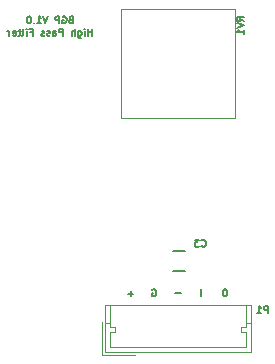
<source format=gbo>
G04 #@! TF.FileFunction,Legend,Bot*
%FSLAX46Y46*%
G04 Gerber Fmt 4.6, Leading zero omitted, Abs format (unit mm)*
G04 Created by KiCad (PCBNEW 4.0.4-1.fc24-product) date Tue Jan 16 14:57:16 2018*
%MOMM*%
%LPD*%
G01*
G04 APERTURE LIST*
%ADD10C,0.100000*%
%ADD11C,0.150000*%
%ADD12C,0.120000*%
G04 APERTURE END LIST*
D10*
D11*
X159057142Y-73671429D02*
X158942856Y-73671429D01*
X158885714Y-73700000D01*
X158828571Y-73757143D01*
X158799999Y-73871429D01*
X158799999Y-74071429D01*
X158828571Y-74185714D01*
X158885714Y-74242857D01*
X158942856Y-74271429D01*
X159057142Y-74271429D01*
X159114285Y-74242857D01*
X159171428Y-74185714D01*
X159199999Y-74071429D01*
X159199999Y-73871429D01*
X159171428Y-73757143D01*
X159114285Y-73700000D01*
X159057142Y-73671429D01*
X157000000Y-74271429D02*
X157000000Y-73671429D01*
X155228571Y-73942857D02*
X154771428Y-73942857D01*
X152842857Y-73700000D02*
X152900000Y-73671429D01*
X152985714Y-73671429D01*
X153071429Y-73700000D01*
X153128571Y-73757143D01*
X153157143Y-73814286D01*
X153185714Y-73928571D01*
X153185714Y-74014286D01*
X153157143Y-74128571D01*
X153128571Y-74185714D01*
X153071429Y-74242857D01*
X152985714Y-74271429D01*
X152928571Y-74271429D01*
X152842857Y-74242857D01*
X152814286Y-74214286D01*
X152814286Y-74014286D01*
X152928571Y-74014286D01*
X151228571Y-74042857D02*
X150771428Y-74042857D01*
X150999999Y-74271429D02*
X150999999Y-73814286D01*
X145957143Y-50832143D02*
X145871429Y-50860714D01*
X145842857Y-50889286D01*
X145814286Y-50946429D01*
X145814286Y-51032143D01*
X145842857Y-51089286D01*
X145871429Y-51117857D01*
X145928571Y-51146429D01*
X146157143Y-51146429D01*
X146157143Y-50546429D01*
X145957143Y-50546429D01*
X145900000Y-50575000D01*
X145871429Y-50603571D01*
X145842857Y-50660714D01*
X145842857Y-50717857D01*
X145871429Y-50775000D01*
X145900000Y-50803571D01*
X145957143Y-50832143D01*
X146157143Y-50832143D01*
X145242857Y-50575000D02*
X145300000Y-50546429D01*
X145385714Y-50546429D01*
X145471429Y-50575000D01*
X145528571Y-50632143D01*
X145557143Y-50689286D01*
X145585714Y-50803571D01*
X145585714Y-50889286D01*
X145557143Y-51003571D01*
X145528571Y-51060714D01*
X145471429Y-51117857D01*
X145385714Y-51146429D01*
X145328571Y-51146429D01*
X145242857Y-51117857D01*
X145214286Y-51089286D01*
X145214286Y-50889286D01*
X145328571Y-50889286D01*
X144957143Y-51146429D02*
X144957143Y-50546429D01*
X144728571Y-50546429D01*
X144671429Y-50575000D01*
X144642857Y-50603571D01*
X144614286Y-50660714D01*
X144614286Y-50746429D01*
X144642857Y-50803571D01*
X144671429Y-50832143D01*
X144728571Y-50860714D01*
X144957143Y-50860714D01*
X143985714Y-50546429D02*
X143785714Y-51146429D01*
X143585714Y-50546429D01*
X143071428Y-51146429D02*
X143414285Y-51146429D01*
X143242857Y-51146429D02*
X143242857Y-50546429D01*
X143300000Y-50632143D01*
X143357142Y-50689286D01*
X143414285Y-50717857D01*
X142814285Y-51089286D02*
X142785713Y-51117857D01*
X142814285Y-51146429D01*
X142842856Y-51117857D01*
X142814285Y-51089286D01*
X142814285Y-51146429D01*
X142414285Y-50546429D02*
X142357142Y-50546429D01*
X142299999Y-50575000D01*
X142271428Y-50603571D01*
X142242857Y-50660714D01*
X142214285Y-50775000D01*
X142214285Y-50917857D01*
X142242857Y-51032143D01*
X142271428Y-51089286D01*
X142299999Y-51117857D01*
X142357142Y-51146429D01*
X142414285Y-51146429D01*
X142471428Y-51117857D01*
X142499999Y-51089286D01*
X142528571Y-51032143D01*
X142557142Y-50917857D01*
X142557142Y-50775000D01*
X142528571Y-50660714D01*
X142499999Y-50603571D01*
X142471428Y-50575000D01*
X142414285Y-50546429D01*
X147742857Y-52196429D02*
X147742857Y-51596429D01*
X147742857Y-51882143D02*
X147400000Y-51882143D01*
X147400000Y-52196429D02*
X147400000Y-51596429D01*
X147114286Y-52196429D02*
X147114286Y-51796429D01*
X147114286Y-51596429D02*
X147142857Y-51625000D01*
X147114286Y-51653571D01*
X147085714Y-51625000D01*
X147114286Y-51596429D01*
X147114286Y-51653571D01*
X146571429Y-51796429D02*
X146571429Y-52282143D01*
X146600000Y-52339286D01*
X146628572Y-52367857D01*
X146685715Y-52396429D01*
X146771429Y-52396429D01*
X146828572Y-52367857D01*
X146571429Y-52167857D02*
X146628572Y-52196429D01*
X146742858Y-52196429D01*
X146800000Y-52167857D01*
X146828572Y-52139286D01*
X146857143Y-52082143D01*
X146857143Y-51910714D01*
X146828572Y-51853571D01*
X146800000Y-51825000D01*
X146742858Y-51796429D01*
X146628572Y-51796429D01*
X146571429Y-51825000D01*
X146285715Y-52196429D02*
X146285715Y-51596429D01*
X146028572Y-52196429D02*
X146028572Y-51882143D01*
X146057143Y-51825000D01*
X146114286Y-51796429D01*
X146200001Y-51796429D01*
X146257143Y-51825000D01*
X146285715Y-51853571D01*
X145285715Y-52196429D02*
X145285715Y-51596429D01*
X145057143Y-51596429D01*
X145000001Y-51625000D01*
X144971429Y-51653571D01*
X144942858Y-51710714D01*
X144942858Y-51796429D01*
X144971429Y-51853571D01*
X145000001Y-51882143D01*
X145057143Y-51910714D01*
X145285715Y-51910714D01*
X144428572Y-52196429D02*
X144428572Y-51882143D01*
X144457143Y-51825000D01*
X144514286Y-51796429D01*
X144628572Y-51796429D01*
X144685715Y-51825000D01*
X144428572Y-52167857D02*
X144485715Y-52196429D01*
X144628572Y-52196429D01*
X144685715Y-52167857D01*
X144714286Y-52110714D01*
X144714286Y-52053571D01*
X144685715Y-51996429D01*
X144628572Y-51967857D01*
X144485715Y-51967857D01*
X144428572Y-51939286D01*
X144171429Y-52167857D02*
X144114286Y-52196429D01*
X144000001Y-52196429D01*
X143942858Y-52167857D01*
X143914286Y-52110714D01*
X143914286Y-52082143D01*
X143942858Y-52025000D01*
X144000001Y-51996429D01*
X144085715Y-51996429D01*
X144142858Y-51967857D01*
X144171429Y-51910714D01*
X144171429Y-51882143D01*
X144142858Y-51825000D01*
X144085715Y-51796429D01*
X144000001Y-51796429D01*
X143942858Y-51825000D01*
X143685715Y-52167857D02*
X143628572Y-52196429D01*
X143514287Y-52196429D01*
X143457144Y-52167857D01*
X143428572Y-52110714D01*
X143428572Y-52082143D01*
X143457144Y-52025000D01*
X143514287Y-51996429D01*
X143600001Y-51996429D01*
X143657144Y-51967857D01*
X143685715Y-51910714D01*
X143685715Y-51882143D01*
X143657144Y-51825000D01*
X143600001Y-51796429D01*
X143514287Y-51796429D01*
X143457144Y-51825000D01*
X142514287Y-51882143D02*
X142714287Y-51882143D01*
X142714287Y-52196429D02*
X142714287Y-51596429D01*
X142428573Y-51596429D01*
X142200001Y-52196429D02*
X142200001Y-51796429D01*
X142200001Y-51596429D02*
X142228572Y-51625000D01*
X142200001Y-51653571D01*
X142171429Y-51625000D01*
X142200001Y-51596429D01*
X142200001Y-51653571D01*
X141828573Y-52196429D02*
X141885715Y-52167857D01*
X141914287Y-52110714D01*
X141914287Y-51596429D01*
X141685715Y-51796429D02*
X141457144Y-51796429D01*
X141600001Y-51596429D02*
X141600001Y-52110714D01*
X141571429Y-52167857D01*
X141514287Y-52196429D01*
X141457144Y-52196429D01*
X141028572Y-52167857D02*
X141085715Y-52196429D01*
X141200001Y-52196429D01*
X141257144Y-52167857D01*
X141285715Y-52110714D01*
X141285715Y-51882143D01*
X141257144Y-51825000D01*
X141200001Y-51796429D01*
X141085715Y-51796429D01*
X141028572Y-51825000D01*
X141000001Y-51882143D01*
X141000001Y-51939286D01*
X141285715Y-51996429D01*
X140742858Y-52196429D02*
X140742858Y-51796429D01*
X140742858Y-51910714D02*
X140714286Y-51853571D01*
X140685715Y-51825000D01*
X140628572Y-51796429D01*
X140571429Y-51796429D01*
D12*
X148850000Y-78950000D02*
X148850000Y-75000000D01*
X148850000Y-75000000D02*
X161150000Y-75000000D01*
X161150000Y-75000000D02*
X161150000Y-78950000D01*
X161150000Y-78950000D02*
X148850000Y-78950000D01*
X151350000Y-79200000D02*
X148600000Y-79200000D01*
X148600000Y-79200000D02*
X148600000Y-76450000D01*
X148850000Y-76500000D02*
X149250000Y-76500000D01*
X161150000Y-76500000D02*
X160750000Y-76500000D01*
X155000000Y-78550000D02*
X149250000Y-78550000D01*
X149250000Y-78550000D02*
X149250000Y-77300000D01*
X149250000Y-77300000D02*
X149650000Y-77300000D01*
X149650000Y-77300000D02*
X149650000Y-76900000D01*
X149650000Y-76900000D02*
X149250000Y-76900000D01*
X149250000Y-76900000D02*
X149250000Y-75000000D01*
X155000000Y-78550000D02*
X160750000Y-78550000D01*
X160750000Y-78550000D02*
X160750000Y-77300000D01*
X160750000Y-77300000D02*
X160350000Y-77300000D01*
X160350000Y-77300000D02*
X160350000Y-76900000D01*
X160350000Y-76900000D02*
X160750000Y-76900000D01*
X160750000Y-76900000D02*
X160750000Y-75000000D01*
D11*
X154600000Y-70450000D02*
X155600000Y-70450000D01*
X155600000Y-72150000D02*
X154600000Y-72150000D01*
D12*
X159810000Y-59200000D02*
X159810000Y-49940000D01*
X150190000Y-59200000D02*
X150190000Y-49940000D01*
X159810000Y-59200000D02*
X150190000Y-59200000D01*
X159810000Y-49940000D02*
X150190000Y-49940000D01*
D11*
X162642857Y-75671429D02*
X162642857Y-75071429D01*
X162414285Y-75071429D01*
X162357143Y-75100000D01*
X162328571Y-75128571D01*
X162300000Y-75185714D01*
X162300000Y-75271429D01*
X162328571Y-75328571D01*
X162357143Y-75357143D01*
X162414285Y-75385714D01*
X162642857Y-75385714D01*
X161728571Y-75671429D02*
X162071428Y-75671429D01*
X161900000Y-75671429D02*
X161900000Y-75071429D01*
X161957143Y-75157143D01*
X162014285Y-75214286D01*
X162071428Y-75242857D01*
X157000000Y-70014286D02*
X157028571Y-70042857D01*
X157114285Y-70071429D01*
X157171428Y-70071429D01*
X157257143Y-70042857D01*
X157314285Y-69985714D01*
X157342857Y-69928571D01*
X157371428Y-69814286D01*
X157371428Y-69728571D01*
X157342857Y-69614286D01*
X157314285Y-69557143D01*
X157257143Y-69500000D01*
X157171428Y-69471429D01*
X157114285Y-69471429D01*
X157028571Y-69500000D01*
X157000000Y-69528571D01*
X156800000Y-69471429D02*
X156428571Y-69471429D01*
X156628571Y-69700000D01*
X156542857Y-69700000D01*
X156485714Y-69728571D01*
X156457143Y-69757143D01*
X156428571Y-69814286D01*
X156428571Y-69957143D01*
X156457143Y-70014286D01*
X156485714Y-70042857D01*
X156542857Y-70071429D01*
X156714285Y-70071429D01*
X156771428Y-70042857D01*
X156800000Y-70014286D01*
X160571429Y-50942857D02*
X160285714Y-50742857D01*
X160571429Y-50600000D02*
X159971429Y-50600000D01*
X159971429Y-50828572D01*
X160000000Y-50885714D01*
X160028571Y-50914286D01*
X160085714Y-50942857D01*
X160171429Y-50942857D01*
X160228571Y-50914286D01*
X160257143Y-50885714D01*
X160285714Y-50828572D01*
X160285714Y-50600000D01*
X159971429Y-51114286D02*
X160571429Y-51314286D01*
X159971429Y-51514286D01*
X160571429Y-52028572D02*
X160571429Y-51685715D01*
X160571429Y-51857143D02*
X159971429Y-51857143D01*
X160057143Y-51800000D01*
X160114286Y-51742858D01*
X160142857Y-51685715D01*
M02*

</source>
